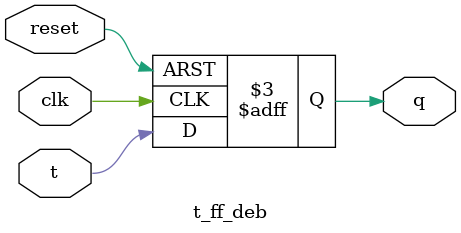
<source format=v>
module t_ff_deb (
	input clk, t, reset,
	output reg q
);

	  // Inicialização do valor de q
  initial begin
    q = 0;
  end

  // Lógica do flip-flop T
  always @(posedge clk or posedge reset) begin
    if (reset) begin
      q <= 0; // Reinicialização 
    end else begin
			q <= t;
    end
  end

endmodule
</source>
